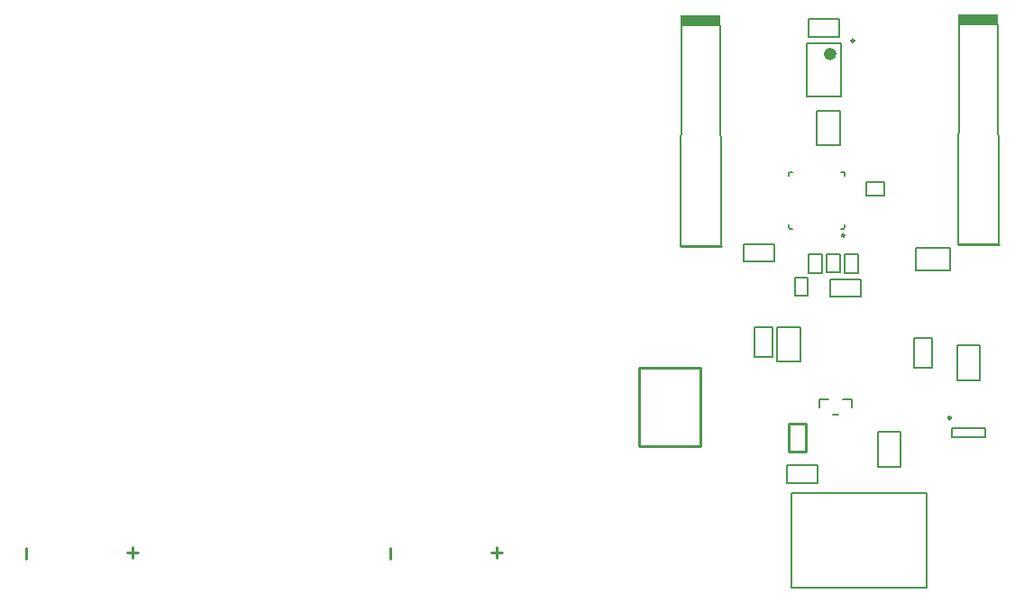
<source format=gto>
G04*
G04 #@! TF.GenerationSoftware,Altium Limited,Altium Designer,20.2.3 (150)*
G04*
G04 Layer_Color=65535*
%FSLAX44Y44*%
%MOMM*%
G71*
G04*
G04 #@! TF.SameCoordinates,5AD93C74-63FB-45D8-B8F2-FB33F07F8B26*
G04*
G04*
G04 #@! TF.FilePolarity,Positive*
G04*
G01*
G75*
%ADD10C,0.2500*%
%ADD11C,0.6000*%
%ADD12C,0.2540*%
%ADD13C,0.2000*%
%ADD14C,0.1500*%
%ADD15R,3.8000X1.0000*%
D10*
X1069010Y165590D02*
G03*
X1069010Y165590I1250J0D01*
G01*
X978010Y520140D02*
G03*
X978010Y520140I1250J0D01*
G01*
X969260Y337090D02*
G03*
X969260Y337090I1250J0D01*
G01*
D11*
X955010Y507590D02*
G03*
X955010Y507590I3000J0D01*
G01*
D12*
X919500Y133750D02*
Y160750D01*
X935500Y133750D02*
X919500D01*
X935500Y160750D02*
X919500D01*
X935500Y133750D02*
Y160750D01*
X833260Y138840D02*
X778260D01*
X836510D02*
X833260D01*
X778260D02*
Y212840D01*
X778510Y213090D02*
X778260Y212840D01*
X836510Y213090D02*
X778510D01*
X836510Y138840D02*
Y213090D01*
X836260Y170840D02*
Y193840D01*
X1116310Y328540D02*
X1078210D01*
X855310Y327540D02*
X817210D01*
X544460Y43460D02*
Y33303D01*
X644382Y44460D02*
Y34303D01*
X639303Y39382D02*
X649460D01*
X302382Y44460D02*
Y34304D01*
X297303Y39382D02*
X307460D01*
X202460Y43460D02*
Y33303D01*
D13*
X966010Y168840D02*
X960760Y168840D01*
X956010Y183340D02*
X947510Y183340D01*
X978710D02*
X970260Y183340D01*
X947510Y183340D02*
X947510Y175340D01*
X978710D02*
Y183340D01*
X1072760Y147340D02*
Y156340D01*
X1103760Y147340D02*
Y156340D01*
X1072760D01*
X1103760Y147340D02*
X1072760D01*
X968010Y467590D02*
X936010D01*
X968010Y517590D02*
X936010D01*
Y467590D02*
Y517590D01*
X968010Y467590D02*
Y517590D01*
X920010Y343590D02*
X919010Y344590D01*
X920010Y396590D02*
X919010Y395590D01*
X972010D02*
X971010Y396590D01*
X972010Y344590D02*
X971010Y343590D01*
X919010Y344590D02*
Y347340D01*
X922760Y343590D02*
X920010D01*
X919010Y392840D02*
Y395590D01*
X922760Y396590D02*
X920010D01*
X971010D02*
X968260D01*
X972010Y392840D02*
Y395590D01*
Y344590D02*
Y347340D01*
X971010Y343590D02*
X968260D01*
D14*
X1002510Y120090D02*
Y152340D01*
X1024010Y120090D02*
X1002510D01*
X1024010D02*
Y152340D01*
X1002510D01*
X922010Y78340D02*
Y95090D01*
X1048510D02*
X922010D01*
X1048510Y6090D02*
Y95090D01*
Y6090D02*
X931510D01*
X922010D02*
Y74840D01*
X931510Y6090D02*
X922010D01*
Y74840D02*
Y78340D01*
X917500Y104750D02*
Y121250D01*
X946000D02*
X917500D01*
X946000Y104750D02*
Y121250D01*
Y104750D02*
X917500D01*
X929750Y219000D02*
Y251250D01*
X908250D01*
Y219000D02*
Y251250D01*
X929750Y219000D02*
X908250D01*
X937250Y297750D02*
X924750D01*
X937250Y280250D02*
Y297750D01*
Y280250D02*
X924750D01*
Y297750D01*
X991510Y374590D02*
Y387090D01*
X1009010D02*
X991510D01*
X1009010Y374590D02*
Y387090D01*
Y374590D02*
X991510D01*
X967010Y421840D02*
X945510D01*
Y454090D01*
X967010D02*
X945510D01*
X967010Y421840D02*
Y454090D01*
X984510Y319590D02*
X972010D01*
X984510Y302090D02*
Y319590D01*
Y302090D02*
X972010D01*
Y319590D01*
X887010Y222590D02*
Y251090D01*
X903510Y222590D02*
X887010D01*
X903510D02*
Y251090D01*
X887010D01*
X1053510Y212590D02*
Y241090D01*
X1037010D01*
Y212590D02*
Y241090D01*
X1053510Y212590D02*
X1037010D01*
X905510Y312590D02*
X877010D01*
X905510D02*
Y329090D01*
X877010D01*
Y312590D02*
Y329090D01*
X967250Y319750D02*
X954750D01*
X967250Y302250D02*
Y319750D01*
Y302250D02*
X954750D01*
Y319750D01*
X1116310Y328540D02*
X1115510Y535740D01*
X1079010D02*
X1078210Y328540D01*
X1115510Y535740D02*
X1079010D01*
X855310Y327540D02*
X854510Y534740D01*
X818010D02*
X817210Y327540D01*
X854510Y534740D02*
X818010D01*
X1099010Y233590D02*
X1077510D01*
X1099010Y201340D02*
Y233590D01*
Y201340D02*
X1077510D01*
Y233590D01*
X1038260Y304090D02*
Y325590D01*
X1070510D02*
X1038260D01*
X1070510Y304090D02*
Y325590D01*
Y304090D02*
X1038260D01*
X950510Y319590D02*
X938010D01*
X950510Y302090D02*
Y319590D01*
Y302090D02*
X938010D01*
Y319590D01*
X986510Y279590D02*
X958010D01*
X986510D02*
Y296090D01*
X958010D01*
Y279590D02*
Y296090D01*
X966510Y523590D02*
X938010D01*
X966510D02*
Y540090D01*
X938010D01*
Y523590D02*
Y540090D01*
D15*
X1097260Y539990D02*
D03*
X836260Y538990D02*
D03*
M02*

</source>
